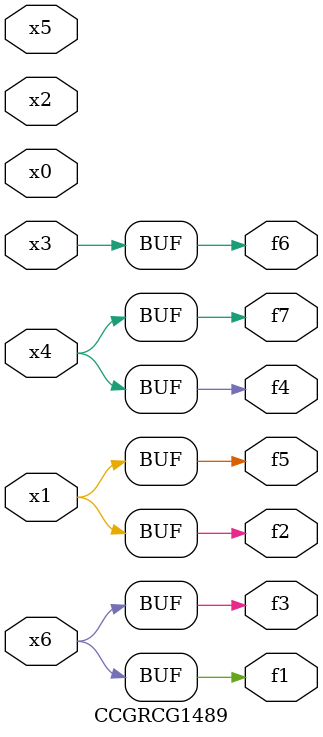
<source format=v>
module CCGRCG1489(
	input x0, x1, x2, x3, x4, x5, x6,
	output f1, f2, f3, f4, f5, f6, f7
);
	assign f1 = x6;
	assign f2 = x1;
	assign f3 = x6;
	assign f4 = x4;
	assign f5 = x1;
	assign f6 = x3;
	assign f7 = x4;
endmodule

</source>
